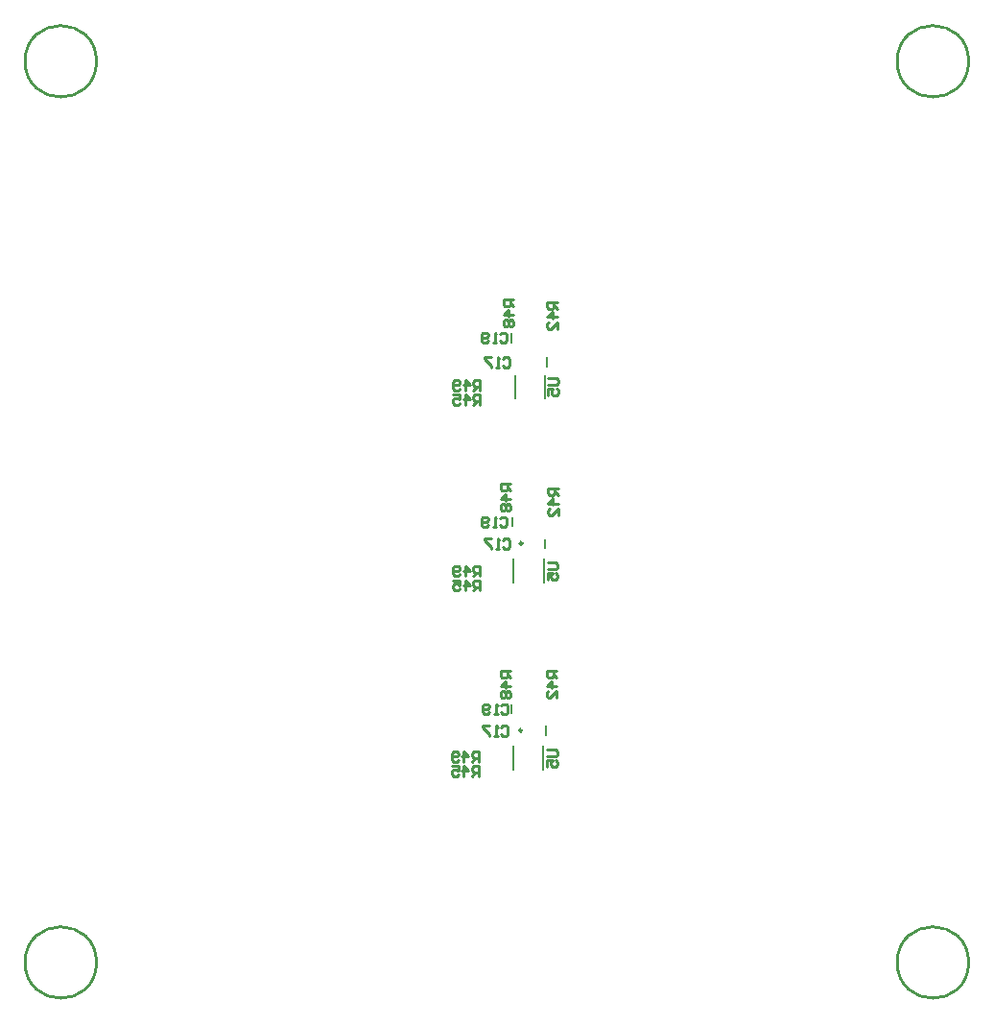
<source format=gbr>
G04*
G04 #@! TF.GenerationSoftware,Altium Limited,Altium Designer,23.6.0 (18)*
G04*
G04 Layer_Color=32896*
%FSLAX25Y25*%
%MOIN*%
G70*
G04*
G04 #@! TF.SameCoordinates,4C77A988-F8BE-4A75-A6A8-83DB4AFB9164*
G04*
G04*
G04 #@! TF.FilePolarity,Positive*
G04*
G01*
G75*
%ADD12C,0.00984*%
%ADD14C,0.00787*%
%ADD15C,0.01000*%
D12*
X160285Y80606D02*
G03*
X160285Y80606I-492J0D01*
G01*
X160458Y145560D02*
G03*
X160458Y145560I-492J0D01*
G01*
D14*
X168824Y207012D02*
X168824Y210162D01*
X157808Y195803D02*
X157808Y204071D01*
X168241Y195803D02*
X168241Y204071D01*
X156701Y218575D02*
X156701Y215425D01*
X168651Y79059D02*
Y82208D01*
X167568Y67000D02*
Y75267D01*
X157135Y67000D02*
Y75267D01*
X156553Y86559D02*
Y89708D01*
X167741Y131953D02*
Y140221D01*
X157308Y131953D02*
Y140221D01*
X168299Y143925D02*
Y147075D01*
X156726Y151512D02*
Y154662D01*
D15*
X315400Y0D02*
G03*
X315400Y0I-12400J0D01*
G01*
X12400D02*
G03*
X12400Y0I-12400J0D01*
G01*
X315400Y313000D02*
G03*
X315400Y313000I-12400J0D01*
G01*
X12400D02*
G03*
X12400Y313000I-12400J0D01*
G01*
X169251Y202916D02*
X172166D01*
X172749Y202333D01*
Y201166D01*
X172166Y200583D01*
X169251D01*
Y197084D02*
Y199417D01*
X171000D01*
X170417Y198251D01*
Y197667D01*
X171000Y197084D01*
X172166D01*
X172749Y197667D01*
Y198834D01*
X172166Y199417D01*
X169060Y138818D02*
X171975D01*
X172558Y138235D01*
Y137069D01*
X171975Y136486D01*
X169060D01*
Y132987D02*
Y135319D01*
X170809D01*
X170226Y134153D01*
Y133570D01*
X170809Y132987D01*
X171975D01*
X172558Y133570D01*
Y134736D01*
X171975Y135319D01*
X169000Y73834D02*
X171915D01*
X172498Y73251D01*
Y72084D01*
X171915Y71501D01*
X169000D01*
Y68002D02*
Y70335D01*
X170749D01*
X170166Y69169D01*
Y68586D01*
X170749Y68002D01*
X171915D01*
X172498Y68586D01*
Y69752D01*
X171915Y70335D01*
X145665Y198751D02*
Y202249D01*
X143916D01*
X143333Y201666D01*
Y200500D01*
X143916Y199917D01*
X145665D01*
X144499D02*
X143333Y198751D01*
X140417D02*
Y202249D01*
X142166Y200500D01*
X139834D01*
X138667Y199334D02*
X138084Y198751D01*
X136918D01*
X136335Y199334D01*
Y201666D01*
X136918Y202249D01*
X138084D01*
X138667Y201666D01*
Y201083D01*
X138084Y200500D01*
X136335D01*
X145665Y134251D02*
Y137749D01*
X143916D01*
X143333Y137166D01*
Y136000D01*
X143916Y135417D01*
X145665D01*
X144499D02*
X143333Y134251D01*
X140417D02*
Y137749D01*
X142166Y136000D01*
X139834D01*
X138667Y134834D02*
X138084Y134251D01*
X136918D01*
X136335Y134834D01*
Y137166D01*
X136918Y137749D01*
X138084D01*
X138667Y137166D01*
Y136583D01*
X138084Y136000D01*
X136335D01*
X145165Y69751D02*
Y73249D01*
X143416D01*
X142833Y72666D01*
Y71500D01*
X143416Y70917D01*
X145165D01*
X143999D02*
X142833Y69751D01*
X139917D02*
Y73249D01*
X141666Y71500D01*
X139334D01*
X138167Y70334D02*
X137584Y69751D01*
X136418D01*
X135835Y70334D01*
Y72666D01*
X136418Y73249D01*
X137584D01*
X138167Y72666D01*
Y72083D01*
X137584Y71500D01*
X135835D01*
X157249Y230165D02*
X153751D01*
Y228416D01*
X154334Y227833D01*
X155500D01*
X156083Y228416D01*
Y230165D01*
Y228999D02*
X157249Y227833D01*
Y224917D02*
X153751D01*
X155500Y226666D01*
Y224334D01*
X154334Y223167D02*
X153751Y222584D01*
Y221418D01*
X154334Y220835D01*
X154917D01*
X155500Y221418D01*
X156083Y220835D01*
X156666D01*
X157249Y221418D01*
Y222584D01*
X156666Y223167D01*
X156083D01*
X155500Y222584D01*
X154917Y223167D01*
X154334D01*
X155500Y222584D02*
Y221418D01*
X156249Y166165D02*
X152751D01*
Y164416D01*
X153334Y163833D01*
X154500D01*
X155083Y164416D01*
Y166165D01*
Y164999D02*
X156249Y163833D01*
Y160917D02*
X152751D01*
X154500Y162666D01*
Y160334D01*
X153334Y159167D02*
X152751Y158584D01*
Y157418D01*
X153334Y156835D01*
X153917D01*
X154500Y157418D01*
X155083Y156835D01*
X155666D01*
X156249Y157418D01*
Y158584D01*
X155666Y159167D01*
X155083D01*
X154500Y158584D01*
X153917Y159167D01*
X153334D01*
X154500Y158584D02*
Y157418D01*
X156249Y101165D02*
X152751D01*
Y99416D01*
X153334Y98833D01*
X154500D01*
X155083Y99416D01*
Y101165D01*
Y99999D02*
X156249Y98833D01*
Y95917D02*
X152751D01*
X154500Y97666D01*
Y95334D01*
X153334Y94167D02*
X152751Y93584D01*
Y92418D01*
X153334Y91835D01*
X153917D01*
X154500Y92418D01*
X155083Y91835D01*
X155666D01*
X156249Y92418D01*
Y93584D01*
X155666Y94167D01*
X155083D01*
X154500Y93584D01*
X153917Y94167D01*
X153334D01*
X154500Y93584D02*
Y92418D01*
X145665Y193751D02*
Y197249D01*
X143916D01*
X143333Y196666D01*
Y195500D01*
X143916Y194917D01*
X145665D01*
X144499D02*
X143333Y193751D01*
X140417D02*
Y197249D01*
X142166Y195500D01*
X139834D01*
X136335Y197249D02*
X138667D01*
Y195500D01*
X137501Y196083D01*
X136918D01*
X136335Y195500D01*
Y194334D01*
X136918Y193751D01*
X138084D01*
X138667Y194334D01*
X145665Y129251D02*
Y132749D01*
X143916D01*
X143333Y132166D01*
Y131000D01*
X143916Y130417D01*
X145665D01*
X144499D02*
X143333Y129251D01*
X140417D02*
Y132749D01*
X142166Y131000D01*
X139834D01*
X136335Y132749D02*
X138667D01*
Y131000D01*
X137501Y131583D01*
X136918D01*
X136335Y131000D01*
Y129834D01*
X136918Y129251D01*
X138084D01*
X138667Y129834D01*
X145165Y64751D02*
Y68249D01*
X143416D01*
X142833Y67666D01*
Y66500D01*
X143416Y65917D01*
X145165D01*
X143999D02*
X142833Y64751D01*
X139917D02*
Y68249D01*
X141666Y66500D01*
X139334D01*
X135835Y68249D02*
X138167D01*
Y66500D01*
X137001Y67083D01*
X136418D01*
X135835Y66500D01*
Y65334D01*
X136418Y64751D01*
X137584D01*
X138167Y65334D01*
X172512Y229426D02*
X169013D01*
Y227677D01*
X169596Y227094D01*
X170762D01*
X171346Y227677D01*
Y229426D01*
Y228260D02*
X172512Y227094D01*
Y224178D02*
X169013D01*
X170762Y225927D01*
Y223595D01*
X172512Y220096D02*
Y222428D01*
X170179Y220096D01*
X169596D01*
X169013Y220679D01*
Y221845D01*
X169596Y222428D01*
X172749Y164665D02*
X169251D01*
Y162916D01*
X169834Y162333D01*
X171000D01*
X171583Y162916D01*
Y164665D01*
Y163499D02*
X172749Y162333D01*
Y159417D02*
X169251D01*
X171000Y161166D01*
Y158834D01*
X172749Y155335D02*
Y157667D01*
X170417Y155335D01*
X169834D01*
X169251Y155918D01*
Y157084D01*
X169834Y157667D01*
X172278Y101233D02*
X168779D01*
Y99484D01*
X169362Y98901D01*
X170528D01*
X171112Y99484D01*
Y101233D01*
Y100067D02*
X172278Y98901D01*
Y95985D02*
X168779D01*
X170528Y97735D01*
Y95402D01*
X172278Y91903D02*
Y94236D01*
X169945Y91903D01*
X169362D01*
X168779Y92486D01*
Y93653D01*
X169362Y94236D01*
X152541Y218166D02*
X153124Y218749D01*
X154290D01*
X154874Y218166D01*
Y215834D01*
X154290Y215251D01*
X153124D01*
X152541Y215834D01*
X151375Y215251D02*
X150208D01*
X150792D01*
Y218749D01*
X151375Y218166D01*
X148459Y215834D02*
X147876Y215251D01*
X146710D01*
X146126Y215834D01*
Y218166D01*
X146710Y218749D01*
X147876D01*
X148459Y218166D01*
Y217583D01*
X147876Y217000D01*
X146126D01*
X152541Y154166D02*
X153124Y154749D01*
X154290D01*
X154874Y154166D01*
Y151834D01*
X154290Y151251D01*
X153124D01*
X152541Y151834D01*
X151375Y151251D02*
X150208D01*
X150792D01*
Y154749D01*
X151375Y154166D01*
X148459Y151834D02*
X147876Y151251D01*
X146710D01*
X146126Y151834D01*
Y154166D01*
X146710Y154749D01*
X147876D01*
X148459Y154166D01*
Y153583D01*
X147876Y153000D01*
X146126D01*
X153041Y89166D02*
X153624Y89749D01*
X154790D01*
X155374Y89166D01*
Y86834D01*
X154790Y86251D01*
X153624D01*
X153041Y86834D01*
X151875Y86251D02*
X150708D01*
X151292D01*
Y89749D01*
X151875Y89166D01*
X148959Y86834D02*
X148376Y86251D01*
X147210D01*
X146626Y86834D01*
Y89166D01*
X147210Y89749D01*
X148376D01*
X148959Y89166D01*
Y88583D01*
X148376Y88000D01*
X146626D01*
X153541Y209666D02*
X154124Y210249D01*
X155290D01*
X155874Y209666D01*
Y207334D01*
X155290Y206751D01*
X154124D01*
X153541Y207334D01*
X152375Y206751D02*
X151208D01*
X151792D01*
Y210249D01*
X152375Y209666D01*
X149459Y210249D02*
X147126D01*
Y209666D01*
X149459Y207334D01*
Y206751D01*
X153541Y146666D02*
X154124Y147249D01*
X155290D01*
X155874Y146666D01*
Y144334D01*
X155290Y143751D01*
X154124D01*
X153541Y144334D01*
X152375Y143751D02*
X151208D01*
X151792D01*
Y147249D01*
X152375Y146666D01*
X149459Y147249D02*
X147126D01*
Y146666D01*
X149459Y144334D01*
Y143751D01*
X153041Y81666D02*
X153624Y82249D01*
X154790D01*
X155374Y81666D01*
Y79334D01*
X154790Y78751D01*
X153624D01*
X153041Y79334D01*
X151875Y78751D02*
X150708D01*
X151292D01*
Y82249D01*
X151875Y81666D01*
X148959Y82249D02*
X146626D01*
Y81666D01*
X148959Y79334D01*
Y78751D01*
M02*

</source>
